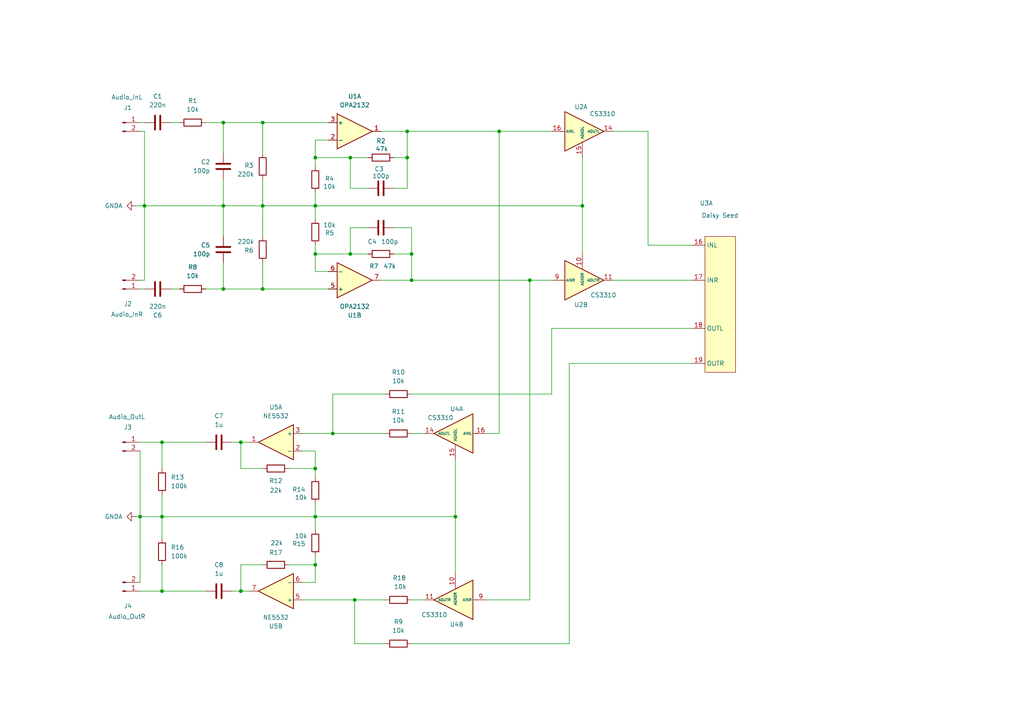
<source format=kicad_sch>
(kicad_sch (version 20250114) (generator "eeschema") (generator_version "9.0")
  (paper "A4")
  (title_block (title "Audio") (date "2025-04-06") (rev "V1.0"))
  (lib_symbols
    (symbol "@Projet_sym:CS3310" (pin_names (offset 1.016))
      (property "Reference" "U" (at -4.318 9.652 0))
      (property "Value" "CS3310" (at -1.524 7.366 0))
      (symbol "CS3310_1_1"
        (unit_name "Ana_Left")
        (polyline (pts (xy -6.35 0) (xy -5.08 0)))
        (polyline (pts (xy 6.223 0) (xy -5.08 5.715) (xy -5.08 -5.715) (xy 6.223 0)) (stroke (width 0.254)) (fill (type background)))
        (pin input line (at -8.89 0 0) (length 3.048) (name "AINL") (number "16"))
        (pin power_in line (at 0 -7.62 90) (length 4.318) (name "AGNDL") (number "15"))
        (pin output line (at 8.89 0 180) (length 2.794) (name "AOUTL") (number "14"))
      )
      (symbol "CS3310_2_1"
        (unit_name "Ana_Right")
        (polyline (pts (xy -6.35 0) (xy -5.08 0)))
        (polyline (pts (xy 6.223 0) (xy -5.08 5.715) (xy -5.08 -5.715) (xy 6.223 0)) (stroke (width 0.254)) (fill (type background)))
        (pin input line (at -8.89 0 0) (length 3.048) (name "AINR") (number "9"))
        (pin power_in line (at 0 -7.62 90) (length 4.318) (name "AGNDR") (number "10"))
        (pin output line (at 8.89 0 180) (length 2.794) (name "AOUTR") (number "11"))
      )
      (symbol "CS3310_3_1"
        (unit_name "Logic")
        (rectangle (start -7.62 5.08) (end 6.35 -16.51) (fill (type background)))
        (pin input line (at -12.7 2.54 0) (length 5.08) (name "SDATAI") (number "3"))
        (pin input inverted (at -12.7 -1.27 0) (length 5.08) (name "CS") (number "2"))
        (pin input line (at -12.7 -5.08 0) (length 5.08) (name "SCLK") (number "6"))
        (pin input inverted (at -12.7 -10.16 0) (length 5.08) (name "MUTE") (number "8"))
        (pin input line (at -12.7 -13.97 0) (length 5.08) (name "ZCEN") (number "1"))
        (pin output line (at 11.43 -13.97 180) (length 5.08) (name "SDATAO") (number "7"))
      )
      (symbol "CS3310_4_1"
        (unit_name "Alim")
        (rectangle (start -6.35 5.08) (end 6.35 -8.89) (fill (type background)))
        (pin power_in line (at -10.16 2.54 0) (length 3.81) (name "VD+") (number "4"))
        (pin power_in line (at -10.16 -6.35 0) (length 3.81) (name "DGND") (number "5"))
        (pin power_in line (at 10.16 1.27 180) (length 3.81) (name "VA+") (number "12"))
        (pin power_in line (at 10.16 -5.08 180) (length 3.81) (name "VA-") (number "13"))
      )
    )
    (symbol "@Projet_sym:Daisy_Seed"
      (symbol "Daisy_Seed_1_1"
        (unit_name "Audio")
        (rectangle (start -3.81 1.27) (end 5.08 -38.1) (fill (type background)))
        (pin input line (at -7.62 -1.27 0) (length 3.81) (name "INL") (number "16"))
        (pin input line (at -7.62 -11.43 0) (length 3.81) (name "INR") (number "17"))
        (pin output line (at -7.62 -25.4 0) (length 3.81) (name "OUTL") (number "18"))
        (pin output line (at -7.62 -35.56 0) (length 3.81) (name "OUTR") (number "19"))
      )
      (symbol "Daisy_Seed_2_1"
        (unit_name "E/S")
        (rectangle (start -8.89 1.27) (end 8.89 -62.23) (fill (type background)))
        (pin bidirectional line (at -12.7 -2.54 0) (length 3.81) (name "D15") (number "22"))
        (pin bidirectional line (at -12.7 -6.35 0) (length 3.81) (name "D16") (number "23"))
        (pin bidirectional line (at -12.7 -10.16 0) (length 3.81) (name "D17") (number "24"))
        (pin bidirectional line (at -12.7 -13.97 0) (length 3.81) (name "D18") (number "25"))
        (pin bidirectional line (at -12.7 -17.78 0) (length 3.81) (name "D19") (number "26"))
        (pin bidirectional line (at -12.7 -21.59 0) (length 3.81) (name "D20") (number "27"))
        (pin bidirectional line (at -12.7 -25.4 0) (length 3.81) (name "D21") (number "28"))
        (pin bidirectional line (at -12.7 -29.21 0) (length 3.81) (name "D22") (number "29"))
        (pin bidirectional line (at -12.7 -33.02 0) (length 3.81) (name "D23") (number "30"))
        (pin bidirectional line (at -12.7 -36.83 0) (length 3.81) (name "D24") (number "31"))
        (pin bidirectional line (at -12.7 -40.64 0) (length 3.81) (name "D25") (number "32"))
        (pin bidirectional line (at -12.7 -44.45 0) (length 3.81) (name "D26") (number "33"))
        (pin bidirectional line (at -12.7 -48.26 0) (length 3.81) (name "D27") (number "34"))
        (pin bidirectional line (at -12.7 -52.07 0) (length 3.81) (name "D28") (number "35"))
        (pin bidirectional line (at -12.7 -55.88 0) (length 3.81) (name "D29") (number "36"))
        (pin bidirectional line (at -12.7 -59.69 0) (length 3.81) (name "D30") (number "37"))
        (pin bidirectional line (at 12.7 -6.35 180) (length 3.81) (name "D14") (number "15"))
        (pin bidirectional line (at 12.7 -10.16 180) (length 3.81) (name "D13") (number "14"))
        (pin bidirectional line (at 12.7 -13.97 180) (length 3.81) (name "D12") (number "13"))
        (pin bidirectional line (at 12.7 -17.78 180) (length 3.81) (name "D11") (number "12"))
        (pin bidirectional line (at 12.7 -21.59 180) (length 3.81) (name "D10") (number "11"))
        (pin bidirectional line (at 12.7 -25.4 180) (length 3.81) (name "D9") (number "10"))
        (pin bidirectional line (at 12.7 -29.21 180) (length 3.81) (name "D8") (number "9"))
        (pin bidirectional line (at 12.7 -33.02 180) (length 3.81) (name "D7") (number "8"))
        (pin bidirectional line (at 12.7 -36.83 180) (length 3.81) (name "D6") (number "7"))
        (pin bidirectional line (at 12.7 -40.64 180) (length 3.81) (name "D5") (number "6"))
        (pin bidirectional line (at 12.7 -44.45 180) (length 3.81) (name "D4") (number "5"))
        (pin bidirectional line (at 12.7 -48.26 180) (length 3.81) (name "D3") (number "4"))
        (pin bidirectional line (at 12.7 -52.07 180) (length 3.81) (name "D2") (number "3"))
        (pin bidirectional line (at 12.7 -55.88 180) (length 3.81) (name "D1") (number "2"))
        (pin bidirectional line (at 12.7 -59.69 180) (length 3.81) (name "D0") (number "1"))
      )
      (symbol "Daisy_Seed_3_1"
        (unit_name "Alim")
        (rectangle (start -6.35 2.54) (end 6.35 -36.83) (fill (type background)))
        (pin input line (at -8.89 -2.54 0) (length 2.54) (name "3.3VA") (number "21"))
        (pin input line (at -8.89 -10.16 0) (length 2.54) (name "GNDA") (number "20"))
        (pin input line (at -8.89 -17.78 0) (length 2.54) (name "3.3VD") (number "38"))
        (pin input line (at -8.89 -25.4 0) (length 2.54) (name "VIN") (number "39"))
        (pin input line (at -8.89 -33.02 0) (length 2.54) (name "GNDD") (number "40"))
      )
    )
    (symbol "Amplifier_Operational:NE5532" (pin_names (offset 0.127))
      (property "Reference" "U" (at 0 5.08 0))
      (property "Value" "NE5532" (at 0 -5.08 0))
      (symbol "NE5532_1_1"
        (polyline (pts (xy -5.08 5.08) (xy 5.08 0) (xy -5.08 -5.08) (xy -5.08 5.08)) (stroke (width 0.254)) (fill (type background)))
        (pin input line (at -7.62 2.54 0) (length 2.54) (name "+") (number "3"))
        (pin input line (at -7.62 -2.54 0) (length 2.54) (name "-") (number "2"))
        (pin output line (at 7.62 0 180) (length 2.54) (name "~") (number "1"))
      )
      (symbol "NE5532_2_1"
        (polyline (pts (xy -5.08 5.08) (xy 5.08 0) (xy -5.08 -5.08) (xy -5.08 5.08)) (stroke (width 0.254)) (fill (type background)))
        (pin input line (at -7.62 2.54 0) (length 2.54) (name "+") (number "5"))
        (pin input line (at -7.62 -2.54 0) (length 2.54) (name "-") (number "6"))
        (pin output line (at 7.62 0 180) (length 2.54) (name "~") (number "7"))
      )
      (symbol "NE5532_3_1"
        (pin power_in line (at -2.54 7.62 270) (length 3.81) (name "V+") (number "8"))
        (pin power_in line (at -2.54 -7.62 90) (length 3.81) (name "V-") (number "4"))
      )
    )
    (symbol "Amplifier_Operational:OPA2134" (pin_names (offset 0.127))
      (property "Reference" "U" (at 0 5.08 0))
      (property "Value" "OPA2134" (at 0 -5.08 0))
      (symbol "OPA2134_1_1"
        (polyline (pts (xy -5.08 5.08) (xy 5.08 0) (xy -5.08 -5.08) (xy -5.08 5.08)) (stroke (width 0.254)) (fill (type background)))
        (pin input line (at -7.62 2.54 0) (length 2.54) (name "+") (number "3"))
        (pin input line (at -7.62 -2.54 0) (length 2.54) (name "-") (number "2"))
        (pin output line (at 7.62 0 180) (length 2.54) (name "~") (number "1"))
      )
      (symbol "OPA2134_2_1"
        (polyline (pts (xy -5.08 5.08) (xy 5.08 0) (xy -5.08 -5.08) (xy -5.08 5.08)) (stroke (width 0.254)) (fill (type background)))
        (pin input line (at -7.62 2.54 0) (length 2.54) (name "+") (number "5"))
        (pin input line (at -7.62 -2.54 0) (length 2.54) (name "-") (number "6"))
        (pin output line (at 7.62 0 180) (length 2.54) (name "~") (number "7"))
      )
      (symbol "OPA2134_3_1"
        (pin power_in line (at -2.54 7.62 270) (length 3.81) (name "V+") (number "8"))
        (pin power_in line (at -2.54 -7.62 90) (length 3.81) (name "V-") (number "4"))
      )
    )
    (symbol "CS3310_2" (pin_names (offset 1.016))
      (property "Reference" "U" (at -4.318 9.652 0))
      (property "Value" "CS3310" (at -1.524 7.366 0))
      (symbol "CS3310_2_1_1"
        (unit_name "Ana_Left")
        (polyline (pts (xy -6.35 0) (xy -5.08 0)))
        (polyline (pts (xy 6.223 0) (xy -5.08 5.715) (xy -5.08 -5.715) (xy 6.223 0)) (stroke (width 0.254)) (fill (type background)))
        (pin input line (at -8.89 0 0) (length 3.048) (name "AINL") (number "16"))
        (pin power_in line (at 0 -7.62 90) (length 4.318) (name "AGNDL") (number "15"))
        (pin output line (at 8.89 0 180) (length 2.794) (name "AOUTL") (number "14"))
      )
      (symbol "CS3310_2_2_1"
        (unit_name "Ana_Right")
        (polyline (pts (xy -6.35 0) (xy -5.08 0)))
        (polyline (pts (xy 6.223 0) (xy -5.08 5.715) (xy -5.08 -5.715) (xy 6.223 0)) (stroke (width 0.254)) (fill (type background)))
        (pin input line (at -8.89 0 0) (length 3.048) (name "AINR") (number "9"))
        (pin power_in line (at 0 -7.62 90) (length 4.318) (name "AGNDR") (number "10"))
        (pin output line (at 8.89 0 180) (length 2.794) (name "AOUTR") (number "11"))
      )
      (symbol "CS3310_2_3_1"
        (unit_name "Logic")
        (rectangle (start -7.62 5.08) (end 6.35 -16.51) (fill (type background)))
        (pin input line (at -12.7 2.54 0) (length 5.08) (name "SDATAI") (number "3"))
        (pin input inverted (at -12.7 -1.27 0) (length 5.08) (name "CS") (number "2"))
        (pin input line (at -12.7 -5.08 0) (length 5.08) (name "SCLK") (number "6"))
        (pin input inverted (at -12.7 -10.16 0) (length 5.08) (name "MUTE") (number "8"))
        (pin input line (at -12.7 -13.97 0) (length 5.08) (name "ZCEN") (number "1"))
        (pin output line (at 11.43 -13.97 180) (length 5.08) (name "SDATAO") (number "7"))
      )
      (symbol "CS3310_2_4_1"
        (unit_name "Alim")
        (rectangle (start -6.35 5.08) (end 6.35 -8.89) (fill (type background)))
        (pin power_in line (at -10.16 2.54 0) (length 3.81) (name "VD+") (number "4"))
        (pin power_in line (at -10.16 -6.35 0) (length 3.81) (name "DGND") (number "5"))
        (pin power_in line (at 10.16 1.27 180) (length 3.81) (name "VA+") (number "12"))
        (pin power_in line (at 10.16 -5.08 180) (length 3.81) (name "VA-") (number "13"))
      )
    )
    (symbol "CS3310_3" (pin_names (offset 1.016))
      (property "Reference" "U" (at -4.318 9.652 0))
      (property "Value" "CS3310" (at -1.524 7.366 0))
      (symbol "CS3310_3_1_1"
        (unit_name "Ana_Left")
        (polyline (pts (xy -6.35 0) (xy -5.08 0)))
        (polyline (pts (xy 6.223 0) (xy -5.08 5.715) (xy -5.08 -5.715) (xy 6.223 0)) (stroke (width 0.254)) (fill (type background)))
        (pin input line (at -8.89 0 0) (length 3.048) (name "AINL") (number "16"))
        (pin power_in line (at 0 -7.62 90) (length 4.318) (name "AGNDL") (number "15"))
        (pin output line (at 8.89 0 180) (length 2.794) (name "AOUTL") (number "14"))
      )
      (symbol "CS3310_3_2_1"
        (unit_name "Ana_Right")
        (polyline (pts (xy -6.35 0) (xy -5.08 0)))
        (polyline (pts (xy 6.223 0) (xy -5.08 5.715) (xy -5.08 -5.715) (xy 6.223 0)) (stroke (width 0.254)) (fill (type background)))
        (pin input line (at -8.89 0 0) (length 3.048) (name "AINR") (number "9"))
        (pin power_in line (at 0 -7.62 90) (length 4.318) (name "AGNDR") (number "10"))
        (pin output line (at 8.89 0 180) (length 2.794) (name "AOUTR") (number "11"))
      )
      (symbol "CS3310_3_3_1"
        (unit_name "Logic")
        (rectangle (start -7.62 5.08) (end 6.35 -16.51) (fill (type background)))
        (pin input line (at -12.7 2.54 0) (length 5.08) (name "SDATAI") (number "3"))
        (pin input inverted (at -12.7 -1.27 0) (length 5.08) (name "CS") (number "2"))
        (pin input line (at -12.7 -5.08 0) (length 5.08) (name "SCLK") (number "6"))
        (pin input inverted (at -12.7 -10.16 0) (length 5.08) (name "MUTE") (number "8"))
        (pin input line (at -12.7 -13.97 0) (length 5.08) (name "ZCEN") (number "1"))
        (pin output line (at 11.43 -13.97 180) (length 5.08) (name "SDATAO") (number "7"))
      )
      (symbol "CS3310_3_4_1"
        (unit_name "Alim")
        (rectangle (start -6.35 5.08) (end 6.35 -8.89) (fill (type background)))
        (pin power_in line (at -10.16 2.54 0) (length 3.81) (name "VD+") (number "4"))
        (pin power_in line (at -10.16 -6.35 0) (length 3.81) (name "DGND") (number "5"))
        (pin power_in line (at 10.16 1.27 180) (length 3.81) (name "VA+") (number "12"))
        (pin power_in line (at 10.16 -5.08 180) (length 3.81) (name "VA-") (number "13"))
      )
    )
    (symbol "Connector:Conn_01x02_Pin" (pin_names (offset 1.016) (hide yes))
      (property "Reference" "J" (at 0 2.54 0))
      (property "Value" "Conn_01x02_Pin" (at 0 -5.08 0))
      (symbol "Conn_01x02_Pin_1_1"
        (rectangle (start 0.8636 0.127) (end 0 -0.127) (stroke (width 0.1524)) (fill (type outline)))
        (rectangle (start 0.8636 -2.413) (end 0 -2.667) (stroke (width 0.1524)) (fill (type outline)))
        (polyline (pts (xy 1.27 0) (xy 0.8636 0)) (stroke (width 0.1524)))
        (polyline (pts (xy 1.27 -2.54) (xy 0.8636 -2.54)) (stroke (width 0.1524)))
        (pin passive line (at 5.08 0 180) (length 3.81) (name "Pin_1") (number "1"))
        (pin passive line (at 5.08 -2.54 180) (length 3.81) (name "Pin_2") (number "2"))
      )
    )
    (symbol "Device:C" (pin_numbers (hide yes)) (pin_names (offset 0.254))
      (property "Reference" "C" (at 0.635 2.54 0))
      (property "Value" "C" (at 0.635 -2.54 0))
      (symbol "C_0_1"
        (polyline (pts (xy -2.032 0.762) (xy 2.032 0.762)) (stroke (width 0.508)))
        (polyline (pts (xy -2.032 -0.762) (xy 2.032 -0.762)) (stroke (width 0.508)))
      )
      (symbol "C_1_1"
        (pin passive line (at 0 3.81 270) (length 2.794) (name "~") (number "1"))
        (pin passive line (at 0 -3.81 90) (length 2.794) (name "~") (number "2"))
      )
    )
    (symbol "Device:R" (pin_numbers (hide yes)) (pin_names (offset 0))
      (property "Reference" "R" (at 2.032 0 90))
      (property "Value" "R" (at 0 0 90))
      (symbol "R_0_1"
        (rectangle (start -1.016 -2.54) (end 1.016 2.54) (stroke (width 0.254)))
      )
      (symbol "R_1_1"
        (pin passive line (at 0 3.81 270) (length 1.27) (name "~") (number "1"))
        (pin passive line (at 0 -3.81 90) (length 1.27) (name "~") (number "2"))
      )
    )
    (symbol "power:GNDA" (power) (pin_numbers (hide yes)) (pin_names (offset 0) (hide yes))
      (property "Value" "GNDA" (at 0 -3.81 0))
      (symbol "GNDA_0_1"
        (polyline (pts (xy 0 0) (xy 0 -1.27) (xy 1.27 -1.27) (xy 0 -2.54) (xy -1.27 -1.27) (xy 0 -1.27)))
      )
      (symbol "GNDA_1_1"
        (pin power_in line (at 0 0 270) (length 0) (name "~") (number "1"))
      )
    )
  )
  (junction (at 64.77 59.69))
  (junction (at 118.11 38.1))
  (junction (at 76.2 35.56))
  (junction (at 102.87 173.99))
  (junction (at 153.67 81.28))
  (junction (at 119.38 73.66))
  (junction (at 64.77 83.82))
  (junction (at 69.85 128.27))
  (junction (at 46.99 128.27))
  (junction (at 101.6 45.72))
  (junction (at 96.52 125.73))
  (junction (at 118.11 45.72))
  (junction (at 91.44 163.83))
  (junction (at 76.2 59.69))
  (junction (at 64.77 35.56))
  (junction (at 91.44 135.89))
  (junction (at 91.44 149.86))
  (junction (at 101.6 73.66))
  (junction (at 132.08 149.86))
  (junction (at 91.44 59.69))
  (junction (at 91.44 73.66))
  (junction (at 40.64 149.86))
  (junction (at 168.91 59.69))
  (junction (at 119.38 81.28))
  (junction (at 144.78 38.1))
  (junction (at 46.99 171.45))
  (junction (at 41.91 59.69))
  (junction (at 91.44 45.72))
  (junction (at 76.2 83.82))
  (junction (at 46.99 149.86))
  (junction (at 69.85 171.45))
  (wire (pts (xy 102.87 173.99) (xy 102.87 186.69)))
  (wire (pts (xy 96.52 114.3) (xy 111.76 114.3)))
  (wire (pts (xy 46.99 128.27) (xy 59.69 128.27)))
  (wire (pts (xy 91.44 73.66) (xy 91.44 71.12)))
  (wire (pts (xy 91.44 130.81) (xy 91.44 135.89)))
  (wire (pts (xy 41.91 38.1) (xy 41.91 59.69)))
  (wire (pts (xy 87.63 125.73) (xy 96.52 125.73)))
  (wire (pts (xy 106.68 66.04) (xy 101.6 66.04)))
  (wire (pts (xy 119.38 66.04) (xy 119.38 73.66)))
  (wire (pts (xy 64.77 59.69) (xy 76.2 59.69)))
  (wire (pts (xy 91.44 59.69) (xy 168.91 59.69)))
  (wire (pts (xy 177.8 81.28) (xy 200.66 81.28)))
  (wire (pts (xy 64.77 83.82) (xy 76.2 83.82)))
  (wire (pts (xy 95.25 78.74) (xy 91.44 78.74)))
  (wire (pts (xy 46.99 149.86) (xy 91.44 149.86)))
  (wire (pts (xy 91.44 163.83) (xy 91.44 161.29)))
  (wire (pts (xy 40.64 35.56) (xy 41.91 35.56)))
  (wire (pts (xy 46.99 135.89) (xy 46.99 128.27)))
  (wire (pts (xy 39.37 59.69) (xy 41.91 59.69)))
  (wire (pts (xy 76.2 59.69) (xy 76.2 68.58)))
  (wire (pts (xy 67.31 171.45) (xy 69.85 171.45)))
  (wire (pts (xy 83.82 135.89) (xy 91.44 135.89)))
  (wire (pts (xy 76.2 135.89) (xy 69.85 135.89)))
  (wire (pts (xy 118.11 38.1) (xy 144.78 38.1)))
  (wire (pts (xy 119.38 81.28) (xy 153.67 81.28)))
  (wire (pts (xy 76.2 59.69) (xy 91.44 59.69)))
  (wire (pts (xy 41.91 59.69) (xy 41.91 81.28)))
  (wire (pts (xy 118.11 45.72) (xy 118.11 54.61)))
  (wire (pts (xy 91.44 40.64) (xy 91.44 45.72)))
  (wire (pts (xy 64.77 35.56) (xy 64.77 44.45)))
  (wire (pts (xy 76.2 52.07) (xy 76.2 59.69)))
  (wire (pts (xy 49.53 83.82) (xy 52.07 83.82)))
  (wire (pts (xy 41.91 38.1) (xy 40.64 38.1)))
  (wire (pts (xy 111.76 186.69) (xy 102.87 186.69)))
  (wire (pts (xy 168.91 45.72) (xy 168.91 59.69)))
  (wire (pts (xy 102.87 173.99) (xy 111.76 173.99)))
  (wire (pts (xy 187.96 71.12) (xy 200.66 71.12)))
  (wire (pts (xy 69.85 163.83) (xy 69.85 171.45)))
  (wire (pts (xy 91.44 168.91) (xy 91.44 163.83)))
  (wire (pts (xy 76.2 163.83) (xy 69.85 163.83)))
  (wire (pts (xy 110.49 38.1) (xy 118.11 38.1)))
  (wire (pts (xy 91.44 55.88) (xy 91.44 59.69)))
  (wire (pts (xy 64.77 76.2) (xy 64.77 83.82)))
  (wire (pts (xy 96.52 114.3) (xy 96.52 125.73)))
  (wire (pts (xy 119.38 114.3) (xy 160.02 114.3)))
  (wire (pts (xy 46.99 156.21) (xy 46.99 149.86)))
  (wire (pts (xy 91.44 149.86) (xy 91.44 153.67)))
  (wire (pts (xy 87.63 168.91) (xy 91.44 168.91)))
  (wire (pts (xy 96.52 125.73) (xy 111.76 125.73)))
  (wire (pts (xy 67.31 128.27) (xy 69.85 128.27)))
  (wire (pts (xy 140.97 173.99) (xy 153.67 173.99)))
  (wire (pts (xy 91.44 45.72) (xy 101.6 45.72)))
  (wire (pts (xy 64.77 59.69) (xy 64.77 68.58)))
  (wire (pts (xy 40.64 83.82) (xy 41.91 83.82)))
  (wire (pts (xy 101.6 45.72) (xy 101.6 54.61)))
  (wire (pts (xy 76.2 35.56) (xy 76.2 44.45)))
  (wire (pts (xy 177.8 38.1) (xy 187.96 38.1)))
  (wire (pts (xy 132.08 149.86) (xy 132.08 166.37)))
  (wire (pts (xy 59.69 83.82) (xy 64.77 83.82)))
  (wire (pts (xy 95.25 40.64) (xy 91.44 40.64)))
  (wire (pts (xy 46.99 163.83) (xy 46.99 171.45)))
  (wire (pts (xy 91.44 45.72) (xy 91.44 48.26)))
  (wire (pts (xy 140.97 125.73) (xy 144.78 125.73)))
  (wire (pts (xy 119.38 186.69) (xy 165.1 186.69)))
  (wire (pts (xy 106.68 73.66) (xy 101.6 73.66)))
  (wire (pts (xy 40.64 149.86) (xy 40.64 168.91)))
  (wire (pts (xy 118.11 45.72) (xy 118.11 38.1)))
  (wire (pts (xy 40.64 130.81) (xy 40.64 149.86)))
  (wire (pts (xy 40.64 128.27) (xy 46.99 128.27)))
  (wire (pts (xy 106.68 45.72) (xy 101.6 45.72)))
  (wire (pts (xy 49.53 35.56) (xy 52.07 35.56)))
  (wire (pts (xy 91.44 59.69) (xy 91.44 63.5)))
  (wire (pts (xy 114.3 54.61) (xy 118.11 54.61)))
  (wire (pts (xy 153.67 81.28) (xy 153.67 173.99)))
  (wire (pts (xy 41.91 59.69) (xy 64.77 59.69)))
  (wire (pts (xy 114.3 45.72) (xy 118.11 45.72)))
  (wire (pts (xy 132.08 133.35) (xy 132.08 149.86)))
  (wire (pts (xy 64.77 52.07) (xy 64.77 59.69)))
  (wire (pts (xy 76.2 83.82) (xy 95.25 83.82)))
  (wire (pts (xy 187.96 71.12) (xy 187.96 38.1)))
  (wire (pts (xy 40.64 171.45) (xy 46.99 171.45)))
  (wire (pts (xy 39.37 149.86) (xy 40.64 149.86)))
  (wire (pts (xy 110.49 81.28) (xy 119.38 81.28)))
  (wire (pts (xy 76.2 35.56) (xy 95.25 35.56)))
  (wire (pts (xy 91.44 146.05) (xy 91.44 149.86)))
  (wire (pts (xy 72.39 171.45) (xy 69.85 171.45)))
  (wire (pts (xy 153.67 81.28) (xy 160.02 81.28)))
  (wire (pts (xy 165.1 105.41) (xy 200.66 105.41)))
  (wire (pts (xy 91.44 149.86) (xy 132.08 149.86)))
  (wire (pts (xy 114.3 73.66) (xy 119.38 73.66)))
  (wire (pts (xy 91.44 73.66) (xy 101.6 73.66)))
  (wire (pts (xy 160.02 114.3) (xy 160.02 95.25)))
  (wire (pts (xy 64.77 35.56) (xy 76.2 35.56)))
  (wire (pts (xy 91.44 78.74) (xy 91.44 73.66)))
  (wire (pts (xy 72.39 128.27) (xy 69.85 128.27)))
  (wire (pts (xy 168.91 59.69) (xy 168.91 73.66)))
  (wire (pts (xy 40.64 149.86) (xy 46.99 149.86)))
  (wire (pts (xy 114.3 66.04) (xy 119.38 66.04)))
  (wire (pts (xy 41.91 81.28) (xy 40.64 81.28)))
  (wire (pts (xy 76.2 76.2) (xy 76.2 83.82)))
  (wire (pts (xy 69.85 135.89) (xy 69.85 128.27)))
  (wire (pts (xy 91.44 135.89) (xy 91.44 138.43)))
  (wire (pts (xy 144.78 38.1) (xy 144.78 125.73)))
  (wire (pts (xy 119.38 73.66) (xy 119.38 81.28)))
  (wire (pts (xy 83.82 163.83) (xy 91.44 163.83)))
  (wire (pts (xy 106.68 54.61) (xy 101.6 54.61)))
  (wire (pts (xy 101.6 66.04) (xy 101.6 73.66)))
  (wire (pts (xy 119.38 125.73) (xy 123.19 125.73)))
  (wire (pts (xy 59.69 35.56) (xy 64.77 35.56)))
  (wire (pts (xy 87.63 130.81) (xy 91.44 130.81)))
  (wire (pts (xy 144.78 38.1) (xy 160.02 38.1)))
  (wire (pts (xy 87.63 173.99) (xy 102.87 173.99)))
  (wire (pts (xy 46.99 171.45) (xy 59.69 171.45)))
  (wire (pts (xy 160.02 95.25) (xy 200.66 95.25)))
  (wire (pts (xy 46.99 143.51) (xy 46.99 149.86)))
  (wire (pts (xy 165.1 186.69) (xy 165.1 105.41)))
  (wire (pts (xy 119.38 173.99) (xy 123.19 173.99)))
  (symbol (lib_id "Device:R") (at 91.44 52.07 0) (unit 1)
    (property "Reference" "R4" (at 94.234 51.816 0) (effects (justify left)))
    (property "Value" "10k" (at 93.726 54.102 0) (effects (justify left)))
    (property "Footprint" "Resistor_SMD:R_1206_3216Metric_Pad1.30x1.75mm_HandSolder" (effects (hide yes)))
    (property "Description" "Resistor" (effects (hide yes)))
  )
  (symbol (lib_id "Device:C") (at 64.77 72.39 0) (mirror y) (unit 1)
    (property "Reference" "C5" (at 60.96 71.1199 0) (effects (justify left)))
    (property "Value" "100p" (at 60.96 73.6599 0) (effects (justify left)))
    (property "Footprint" "Capacitor_SMD:C_1206_3216Metric_Pad1.33x1.80mm_HandSolder" (effects (hide yes)))
    (property "Description" "Unpolarized capacitor" (effects (hide yes)))
  )
  (symbol (lib_id "Device:C") (at 110.49 66.04 90) (unit 1)
    (property "Reference" "C4" (at 107.95 70.104 90))
    (property "Value" "100p" (at 113.03 70.104 90))
    (property "Footprint" "Capacitor_SMD:C_1206_3216Metric_Pad1.33x1.80mm_HandSolder" (effects (hide yes)))
    (property "Description" "Unpolarized capacitor" (effects (hide yes)))
  )
  (symbol (lib_id "Device:C") (at 63.5 171.45 90) (unit 1)
    (property "Reference" "C8" (at 63.5 163.83 90))
    (property "Value" "1u" (at 63.5 166.37 90))
    (property "Footprint" "Capacitor_SMD:C_1206_3216Metric_Pad1.33x1.80mm_HandSolder" (effects (hide yes)))
    (property "Description" "Unpolarized capacitor" (effects (hide yes)))
  )
  (symbol (lib_id "Device:R") (at 76.2 48.26 0) (unit 1)
    (property "Reference" "R3" (at 70.866 48.006 0) (effects (justify left)))
    (property "Value" "220k" (at 68.834 50.546 0) (effects (justify left)))
    (property "Footprint" "Resistor_SMD:R_1206_3216Metric_Pad1.30x1.75mm_HandSolder" (effects (hide yes)))
    (property "Description" "Resistor" (effects (hide yes)))
  )
  (symbol (lib_id "Device:R") (at 91.44 142.24 0) (mirror y) (unit 1)
    (property "Reference" "R14" (at 88.646 141.986 0) (effects (justify left)))
    (property "Value" "10k" (at 89.154 144.272 0) (effects (justify left)))
    (property "Footprint" "Resistor_SMD:R_1206_3216Metric_Pad1.30x1.75mm_HandSolder" (effects (hide yes)))
    (property "Description" "Resistor" (effects (hide yes)))
  )
  (symbol (lib_id "@Projet_sym:Daisy_Seed") (at 208.28 69.85 0) (unit 1)
    (property "Reference" "U3" (at 202.946 58.928 0) (effects (justify left)))
    (property "Value" "Daisy Seed" (at 203.454 62.484 0) (effects (justify left)))
    (property "Footprint" "Package_DIP:DIP-40_W15.24mm_Socket_LongPads" (effects (hide yes)))
  )
  (symbol (lib_id "Device:R") (at 55.88 35.56 270) (unit 1)
    (property "Reference" "R1" (at 55.88 29.21 90))
    (property "Value" "10k" (at 55.88 31.75 90))
    (property "Footprint" "Resistor_SMD:R_1206_3216Metric_Pad1.30x1.75mm_HandSolder" (effects (hide yes)))
    (property "Description" "Resistor" (effects (hide yes)))
  )
  (symbol (lib_id "Connector:Conn_01x02_Pin") (at 35.56 171.45 0) (mirror x) (unit 1)
    (property "Reference" "J4" (at 37.084 175.768 0))
    (property "Value" "Audio_OutR" (at 36.83 178.816 0))
    (property "Footprint" "Connector_PinHeader_2.54mm:PinHeader_1x02_P2.54mm_Vertical" (effects (hide yes)))
    (property "Description" "Generic connector, single row, 01x02, script generated" (effects (hide yes)))
  )
  (symbol (lib_id "Amplifier_Operational:NE5532") (at 80.01 128.27 0) (mirror y) (unit 1)
    (property "Reference" "U5" (at 80.01 118.11 0))
    (property "Value" "NE5532" (at 80.01 120.65 0))
    (property "Footprint" "Package_SO:SOP-8_3.76x4.96mm_P1.27mm" (effects (hide yes)))
    (property "Datasheet" "http://www.ti.com/lit/ds/symlink/ne5532.pdf" (effects (hide yes)))
    (property "Description" "Dual Low-Noise Operational Amplifiers, DIP-8/SOIC-8" (effects (hide yes)))
  )
  (symbol (lib_id "Device:C") (at 110.49 54.61 90) (unit 1)
    (property "Reference" "C3" (at 109.982 49.022 90))
    (property "Value" "100p" (at 110.49 51.054 90))
    (property "Footprint" "Capacitor_SMD:C_1206_3216Metric_Pad1.33x1.80mm_HandSolder" (effects (hide yes)))
    (property "Description" "Unpolarized capacitor" (effects (hide yes)))
  )
  (symbol (lib_id "@Projet_sym:CS3310") (at 132.08 125.73 0) (mirror y) (unit 1)
    (property "Reference" "U4" (at 132.461 118.618 0))
    (property "Value" "CS3310" (at 127.762 121.158 0))
    (property "Footprint" "Package_SO:SOIC-16W_7.5x10.3mm_P1.27mm" (effects (hide yes)))
  )
  (symbol (lib_id "Device:C") (at 63.5 128.27 90) (unit 1)
    (property "Reference" "C7" (at 63.5 120.65 90))
    (property "Value" "1u" (at 63.5 123.19 90))
    (property "Footprint" "Capacitor_SMD:C_1206_3216Metric_Pad1.33x1.80mm_HandSolder" (effects (hide yes)))
    (property "Description" "Unpolarized capacitor" (effects (hide yes)))
  )
  (symbol (lib_id "Device:R") (at 115.57 114.3 270) (unit 1)
    (property "Reference" "R10" (at 115.57 107.95 90))
    (property "Value" "10k" (at 115.57 110.49 90))
    (property "Footprint" "Resistor_SMD:R_1206_3216Metric_Pad1.30x1.75mm_HandSolder" (effects (hide yes)))
    (property "Description" "Resistor" (effects (hide yes)))
  )
  (symbol (lib_id "Device:R") (at 91.44 67.31 0) (mirror x) (unit 1)
    (property "Reference" "R5" (at 94.234 67.564 0) (effects (justify left)))
    (property "Value" "10k" (at 93.726 65.278 0) (effects (justify left)))
    (property "Footprint" "Resistor_SMD:R_1206_3216Metric_Pad1.30x1.75mm_HandSolder" (effects (hide yes)))
    (property "Description" "Resistor" (effects (hide yes)))
  )
  (symbol (lib_id "Amplifier_Operational:OPA2134") (at 102.87 81.28 0) (mirror x) (unit 2)
    (property "Reference" "U1" (at 102.87 91.44 0))
    (property "Value" "OPA2132" (at 102.87 88.9 0))
    (property "Footprint" "Package_SO:SOP-8_3.76x4.96mm_P1.27mm" (effects (hide yes)))
    (property "Datasheet" "http://www.ti.com/lit/ds/symlink/opa134.pdf" (effects (hide yes)))
    (property "Description" "Dual SoundPlus High Performance Audio Operational Amplifiers, DIP-8/SOIC-8" (effects (hide yes)))
  )
  (symbol (lib_id "Connector:Conn_01x02_Pin") (at 35.56 128.27 0) (unit 1)
    (property "Reference" "J3" (at 37.084 123.952 0))
    (property "Value" "Audio_OutL" (at 36.83 120.904 0))
    (property "Footprint" "Connector_PinHeader_2.54mm:PinHeader_1x02_P2.54mm_Vertical" (effects (hide yes)))
    (property "Description" "Generic connector, single row, 01x02, script generated" (effects (hide yes)))
  )
  (symbol (lib_id "Device:R") (at 115.57 125.73 90) (unit 1)
    (property "Reference" "R11" (at 115.57 119.38 90))
    (property "Value" "10k" (at 115.57 121.92 90))
    (property "Footprint" "Resistor_SMD:R_1206_3216Metric_Pad1.30x1.75mm_HandSolder" (effects (hide yes)))
    (property "Description" "Resistor" (effects (hide yes)))
  )
  (symbol (lib_id "Device:C") (at 64.77 48.26 0) (mirror x) (unit 1)
    (property "Reference" "C2" (at 60.96 46.9899 0) (effects (justify right)))
    (property "Value" "100p" (at 60.96 49.5299 0) (effects (justify right)))
    (property "Footprint" "Capacitor_SMD:C_1206_3216Metric_Pad1.33x1.80mm_HandSolder" (effects (hide yes)))
    (property "Description" "Unpolarized capacitor" (effects (hide yes)))
  )
  (symbol (lib_id "Device:R") (at 76.2 72.39 0) (mirror x) (unit 1)
    (property "Reference" "R6" (at 70.866 72.644 0) (effects (justify left)))
    (property "Value" "220k" (at 68.834 70.104 0) (effects (justify left)))
    (property "Footprint" "Resistor_SMD:R_1206_3216Metric_Pad1.30x1.75mm_HandSolder" (effects (hide yes)))
    (property "Description" "Resistor" (effects (hide yes)))
  )
  (symbol (lib_id "Device:R") (at 91.44 157.48 180) (unit 1)
    (property "Reference" "R15" (at 88.646 157.734 0) (effects (justify left)))
    (property "Value" "10k" (at 89.154 155.448 0) (effects (justify left)))
    (property "Footprint" "Resistor_SMD:R_1206_3216Metric_Pad1.30x1.75mm_HandSolder" (effects (hide yes)))
    (property "Description" "Resistor" (effects (hide yes)))
  )
  (symbol (lib_id "Device:R") (at 115.57 173.99 90) (unit 1)
    (property "Reference" "R18" (at 115.824 167.64 90))
    (property "Value" "10k" (at 116.078 170.18 90))
    (property "Footprint" "Resistor_SMD:R_1206_3216Metric_Pad1.30x1.75mm_HandSolder" (effects (hide yes)))
    (property "Description" "Resistor" (effects (hide yes)))
  )
  (symbol (lib_id "Connector:Conn_01x02_Pin") (at 35.56 83.82 0) (mirror x) (unit 1)
    (property "Reference" "J2" (at 37.084 88.138 0))
    (property "Value" "Audio_InR" (at 36.83 91.186 0))
    (property "Footprint" "Connector_PinHeader_2.54mm:PinHeader_1x02_P2.54mm_Vertical" (effects (hide yes)))
    (property "Description" "Generic connector, single row, 01x02, script generated" (effects (hide yes)))
  )
  (symbol (lib_id "Device:C") (at 45.72 83.82 90) (mirror x) (unit 1)
    (property "Reference" "C6" (at 45.72 91.44 90))
    (property "Value" "220n" (at 45.72 88.9 90))
    (property "Footprint" "Capacitor_SMD:C_1206_3216Metric_Pad1.33x1.80mm_HandSolder" (effects (hide yes)))
    (property "Description" "Unpolarized capacitor" (effects (hide yes)))
  )
  (symbol (lib_name "CS3310_2") (lib_id "@Projet_sym:CS3310") (at 168.91 38.1 0) (unit 1)
    (property "Reference" "U2" (at 168.529 30.988 0))
    (property "Value" "CS3310" (at 174.752 33.02 0))
    (property "Footprint" "Package_SO:SOIC-16W_7.5x10.3mm_P1.27mm" (effects (hide yes)))
  )
  (symbol (lib_name "CS3310_3") (lib_id "@Projet_sym:CS3310") (at 168.91 81.28 0) (mirror x) (unit 2)
    (property "Reference" "U2" (at 168.529 88.392 0))
    (property "Value" "CS3310" (at 175.006 85.598 0))
    (property "Footprint" "Package_SO:SOIC-16W_7.5x10.3mm_P1.27mm" (effects (hide yes)))
  )
  (symbol (lib_id "Amplifier_Operational:NE5532") (at 80.01 171.45 180) (unit 2)
    (property "Reference" "U5" (at 80.01 181.61 0))
    (property "Value" "NE5532" (at 80.01 179.07 0))
    (property "Footprint" "Package_SO:SOP-8_3.76x4.96mm_P1.27mm" (effects (hide yes)))
    (property "Datasheet" "http://www.ti.com/lit/ds/symlink/ne5532.pdf" (effects (hide yes)))
    (property "Description" "Dual Low-Noise Operational Amplifiers, DIP-8/SOIC-8" (effects (hide yes)))
  )
  (symbol (lib_id "power:GNDA") (at 39.37 149.86 270) (unit 1)
    (property "Reference" "#PWR02" (effects (hide yes)))
    (property "Value" "GNDA" (at 35.56 149.8599 90) (effects (justify right)))
    (property "Description" "Power symbol creates a global label with name \"GNDA\" , analog ground" (effects (hide yes)))
  )
  (symbol (lib_id "Device:R") (at 110.49 45.72 270) (unit 1)
    (property "Reference" "R2" (at 110.49 40.894 90))
    (property "Value" "47k" (at 110.744 43.18 90))
    (property "Footprint" "Resistor_SMD:R_1206_3216Metric_Pad1.30x1.75mm_HandSolder" (effects (hide yes)))
    (property "Description" "Resistor" (effects (hide yes)))
  )
  (symbol (lib_id "Device:R") (at 110.49 73.66 270) (mirror x) (unit 1)
    (property "Reference" "R7" (at 108.458 77.216 90))
    (property "Value" "47k" (at 113.03 77.216 90))
    (property "Footprint" "Resistor_SMD:R_1206_3216Metric_Pad1.30x1.75mm_HandSolder" (effects (hide yes)))
    (property "Description" "Resistor" (effects (hide yes)))
  )
  (symbol (lib_id "Device:C") (at 45.72 35.56 90) (unit 1)
    (property "Reference" "C1" (at 45.72 27.94 90))
    (property "Value" "220n" (at 45.72 30.48 90))
    (property "Footprint" "Capacitor_SMD:C_1206_3216Metric_Pad1.33x1.80mm_HandSolder" (effects (hide yes)))
    (property "Description" "Unpolarized capacitor" (effects (hide yes)))
  )
  (symbol (lib_id "Device:R") (at 80.01 135.89 90) (mirror x) (unit 1)
    (property "Reference" "R12" (at 80.01 139.446 90))
    (property "Value" "22k" (at 80.01 142.24 90))
    (property "Footprint" "Resistor_SMD:R_1206_3216Metric_Pad1.30x1.75mm_HandSolder" (effects (hide yes)))
    (property "Description" "Resistor" (effects (hide yes)))
  )
  (symbol (lib_id "Device:R") (at 115.57 186.69 270) (unit 1)
    (property "Reference" "R9" (at 115.57 180.34 90))
    (property "Value" "10k" (at 115.57 182.88 90))
    (property "Footprint" "Resistor_SMD:R_1206_3216Metric_Pad1.30x1.75mm_HandSolder" (effects (hide yes)))
    (property "Description" "Resistor" (effects (hide yes)))
  )
  (symbol (lib_id "@Projet_sym:CS3310") (at 132.08 173.99 180) (unit 2)
    (property "Reference" "U4" (at 132.461 181.102 0))
    (property "Value" "CS3310" (at 125.984 178.308 0))
    (property "Footprint" "Package_SO:SOIC-16W_7.5x10.3mm_P1.27mm" (effects (hide yes)))
  )
  (symbol (lib_id "Connector:Conn_01x02_Pin") (at 35.56 35.56 0) (unit 1)
    (property "Reference" "J1" (at 37.084 31.242 0))
    (property "Value" "Audio_InL" (at 36.83 28.194 0))
    (property "Footprint" "Connector_PinHeader_2.54mm:PinHeader_1x02_P2.54mm_Vertical" (effects (hide yes)))
    (property "Description" "Generic connector, single row, 01x02, script generated" (effects (hide yes)))
  )
  (symbol (lib_id "Device:R") (at 46.99 139.7 180) (unit 1)
    (property "Reference" "R13" (at 49.53 138.4299 0) (effects (justify right)))
    (property "Value" "100k" (at 49.53 140.9699 0) (effects (justify right)))
    (property "Footprint" "Resistor_SMD:R_1206_3216Metric_Pad1.30x1.75mm_HandSolder" (effects (hide yes)))
    (property "Description" "Resistor" (effects (hide yes)))
  )
  (symbol (lib_id "Device:R") (at 80.01 163.83 90) (unit 1)
    (property "Reference" "R17" (at 80.01 160.274 90))
    (property "Value" "22k" (at 80.264 157.48 90))
    (property "Footprint" "Resistor_SMD:R_1206_3216Metric_Pad1.30x1.75mm_HandSolder" (effects (hide yes)))
    (property "Description" "Resistor" (effects (hide yes)))
  )
  (symbol (lib_id "power:GNDA") (at 39.37 59.69 270) (unit 1)
    (property "Reference" "#PWR01" (effects (hide yes)))
    (property "Value" "GNDA" (at 35.56 59.6899 90) (effects (justify right)))
    (property "Description" "Power symbol creates a global label with name \"GNDA\" , analog ground" (effects (hide yes)))
  )
  (symbol (lib_id "Amplifier_Operational:OPA2134") (at 102.87 38.1 0) (unit 1)
    (property "Reference" "U1" (at 102.87 27.94 0))
    (property "Value" "OPA2132" (at 102.87 30.48 0))
    (property "Footprint" "Package_SO:SOP-8_3.76x4.96mm_P1.27mm" (effects (hide yes)))
    (property "Datasheet" "http://www.ti.com/lit/ds/symlink/opa134.pdf" (effects (hide yes)))
    (property "Description" "Dual SoundPlus High Performance Audio Operational Amplifiers, DIP-8/SOIC-8" (effects (hide yes)))
  )
  (symbol (lib_id "Device:R") (at 55.88 83.82 90) (unit 1)
    (property "Reference" "R8" (at 55.88 77.47 90))
    (property "Value" "10k" (at 55.88 80.01 90))
    (property "Footprint" "Resistor_SMD:R_1206_3216Metric_Pad1.30x1.75mm_HandSolder" (effects (hide yes)))
    (property "Description" "Resistor" (effects (hide yes)))
  )
  (symbol (lib_id "Device:R") (at 46.99 160.02 0) (unit 1)
    (property "Reference" "R16" (at 49.53 158.7499 0) (effects (justify left)))
    (property "Value" "100k" (at 49.53 161.2899 0) (effects (justify left)))
    (property "Footprint" "Resistor_SMD:R_1206_3216Metric_Pad1.30x1.75mm_HandSolder" (effects (hide yes)))
    (property "Description" "Resistor" (effects (hide yes)))
  )
)
</source>
